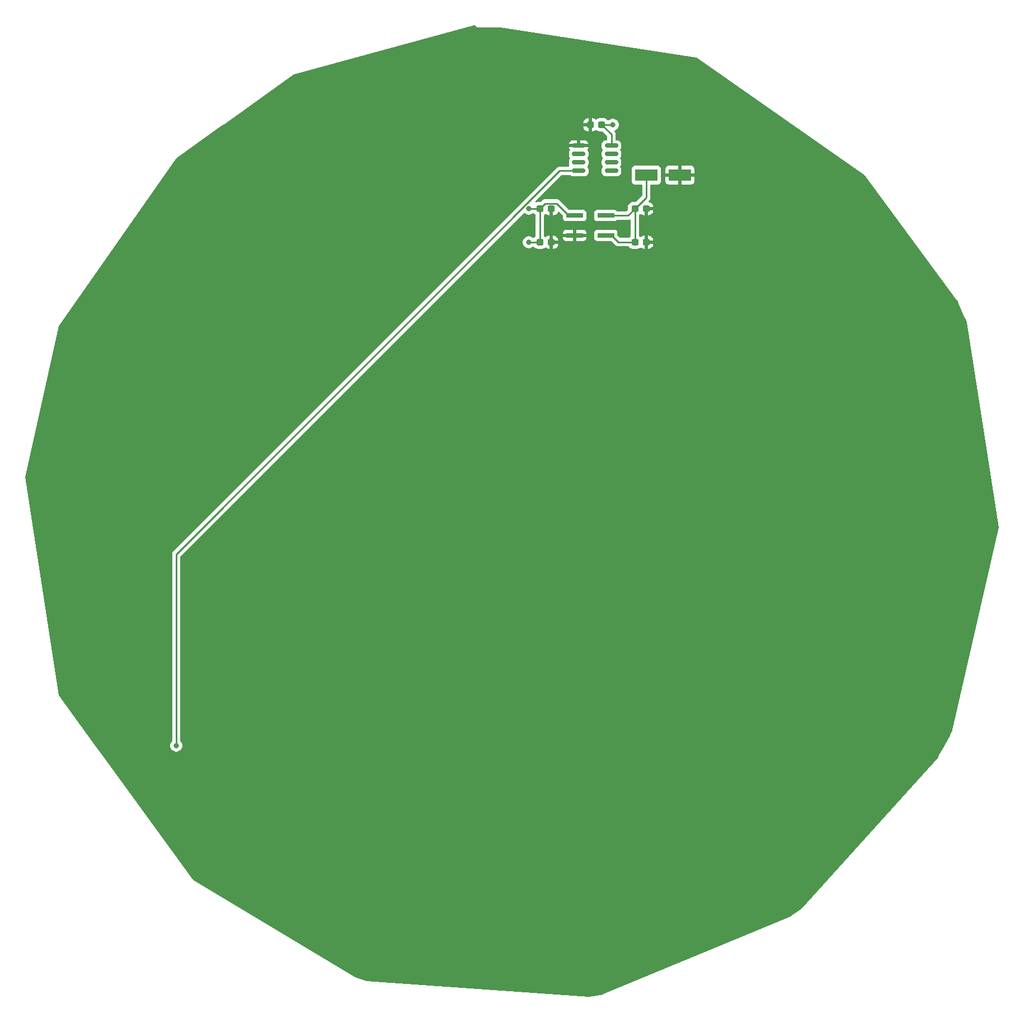
<source format=gbr>
%TF.GenerationSoftware,KiCad,Pcbnew,(6.0.4-0)*%
%TF.CreationDate,2022-12-03T14:45:52-05:00*%
%TF.ProjectId,christmas,63687269-7374-46d6-9173-2e6b69636164,rev?*%
%TF.SameCoordinates,Original*%
%TF.FileFunction,Copper,L2,Bot*%
%TF.FilePolarity,Positive*%
%FSLAX46Y46*%
G04 Gerber Fmt 4.6, Leading zero omitted, Abs format (unit mm)*
G04 Created by KiCad (PCBNEW (6.0.4-0)) date 2022-12-03 14:45:52*
%MOMM*%
%LPD*%
G01*
G04 APERTURE LIST*
G04 Aperture macros list*
%AMRoundRect*
0 Rectangle with rounded corners*
0 $1 Rounding radius*
0 $2 $3 $4 $5 $6 $7 $8 $9 X,Y pos of 4 corners*
0 Add a 4 corners polygon primitive as box body*
4,1,4,$2,$3,$4,$5,$6,$7,$8,$9,$2,$3,0*
0 Add four circle primitives for the rounded corners*
1,1,$1+$1,$2,$3*
1,1,$1+$1,$4,$5*
1,1,$1+$1,$6,$7*
1,1,$1+$1,$8,$9*
0 Add four rect primitives between the rounded corners*
20,1,$1+$1,$2,$3,$4,$5,0*
20,1,$1+$1,$4,$5,$6,$7,0*
20,1,$1+$1,$6,$7,$8,$9,0*
20,1,$1+$1,$8,$9,$2,$3,0*%
%AMFreePoly0*
4,1,13,0.900000,0.500000,3.600000,0.500000,3.600000,-0.500000,0.900000,-0.500000,0.400000,-1.000000,-0.400000,-1.000000,-0.900000,-0.500000,-3.600000,-0.500000,-3.600000,0.500000,-0.900000,0.500000,-0.400000,1.000000,0.400000,1.000000,0.900000,0.500000,0.900000,0.500000,$1*%
G04 Aperture macros list end*
%TA.AperFunction,SMDPad,CuDef*%
%ADD10R,3.400000X1.800000*%
%TD*%
%TA.AperFunction,SMDPad,CuDef*%
%ADD11RoundRect,0.237500X-0.300000X-0.237500X0.300000X-0.237500X0.300000X0.237500X-0.300000X0.237500X0*%
%TD*%
%TA.AperFunction,SMDPad,CuDef*%
%ADD12RoundRect,0.237500X0.300000X0.237500X-0.300000X0.237500X-0.300000X-0.237500X0.300000X-0.237500X0*%
%TD*%
%TA.AperFunction,SMDPad,CuDef*%
%ADD13RoundRect,0.150000X0.825000X0.150000X-0.825000X0.150000X-0.825000X-0.150000X0.825000X-0.150000X0*%
%TD*%
%TA.AperFunction,SMDPad,CuDef*%
%ADD14R,2.500000X0.700000*%
%TD*%
%TA.AperFunction,SMDPad,CuDef*%
%ADD15FreePoly0,180.000000*%
%TD*%
%TA.AperFunction,ViaPad*%
%ADD16C,0.800000*%
%TD*%
%TA.AperFunction,Conductor*%
%ADD17C,0.250000*%
%TD*%
G04 APERTURE END LIST*
D10*
%TO.P,TP1,1*%
%TO.N,Net-(C3-Pad2)*%
X152400000Y-48260000D03*
%TD*%
%TO.P,TP2,1*%
%TO.N,GND*%
X157480000Y-48260000D03*
%TD*%
D11*
%TO.P,C5,2*%
%TO.N,GND*%
X138022500Y-58420000D03*
%TO.P,C5,1*%
%TO.N,+5V*%
X136297500Y-58420000D03*
%TD*%
D12*
%TO.P,C4,2*%
%TO.N,Net-(C3-Pad2)*%
X150675000Y-58420000D03*
%TO.P,C4,1*%
%TO.N,GND*%
X152400000Y-58420000D03*
%TD*%
%TO.P,C3,2*%
%TO.N,Net-(C3-Pad2)*%
X150675000Y-53340000D03*
%TO.P,C3,1*%
%TO.N,GND*%
X152400000Y-53340000D03*
%TD*%
%TO.P,C2,1*%
%TO.N,+5V*%
X145642500Y-40640000D03*
%TO.P,C2,2*%
%TO.N,GND*%
X143917500Y-40640000D03*
%TD*%
D11*
%TO.P,C1,2*%
%TO.N,GND*%
X138022500Y-53340000D03*
%TO.P,C1,1*%
%TO.N,+5V*%
X136297500Y-53340000D03*
%TD*%
D13*
%TO.P,U1,8,GND*%
%TO.N,GND*%
X142167500Y-43815000D03*
%TO.P,U1,7,PA3*%
%TO.N,unconnected-(U1-Pad7)*%
X142167500Y-45085000D03*
%TO.P,U1,6,~{RESET}/PA0*%
%TO.N,unconnected-(U1-Pad6)*%
X142167500Y-46355000D03*
%TO.P,U1,5,PA2*%
%TO.N,LED_DATA*%
X142167500Y-47625000D03*
%TO.P,U1,4,PA1*%
%TO.N,unconnected-(U1-Pad4)*%
X147117500Y-47625000D03*
%TO.P,U1,3,PA7*%
%TO.N,unconnected-(U1-Pad3)*%
X147117500Y-46355000D03*
%TO.P,U1,2,PA6*%
%TO.N,unconnected-(U1-Pad2)*%
X147117500Y-45085000D03*
%TO.P,U1,1,VCC*%
%TO.N,+5V*%
X147117500Y-43815000D03*
%TD*%
D14*
%TO.P,U2,5,VOUT*%
%TO.N,+5V*%
X141567500Y-54380000D03*
%TO.P,U2,4,NC*%
%TO.N,GND*%
X141567500Y-57380000D03*
%TO.P,U2,3,CE*%
%TO.N,Net-(C3-Pad2)*%
X146267500Y-57380000D03*
D15*
%TO.P,U2,2,GND*%
%TO.N,GND*%
X143917500Y-55880000D03*
D14*
%TO.P,U2,1,VIN*%
%TO.N,Net-(C3-Pad2)*%
X146267500Y-54380000D03*
%TD*%
D16*
%TO.N,LED_DATA*%
X81280000Y-134620000D03*
%TO.N,+5V*%
X134620000Y-58420000D03*
X134620000Y-53340000D03*
X147320000Y-40640000D03*
%TO.N,GND*%
X160020000Y-45720000D03*
X160020000Y-35560000D03*
X195580000Y-72580000D03*
X193040000Y-64960000D03*
X200660000Y-111760000D03*
X198120000Y-104140000D03*
X182880000Y-147320000D03*
X180340000Y-139700000D03*
X144780000Y-157480000D03*
X149860000Y-167640000D03*
X104140000Y-154940000D03*
X109220000Y-165100000D03*
X78740000Y-127000000D03*
X78740000Y-137160000D03*
X63500000Y-93980000D03*
X63500000Y-83820000D03*
X83820000Y-55880000D03*
X81280000Y-48260000D03*
X121920000Y-38100000D03*
X119380000Y-30480000D03*
%TD*%
D17*
%TO.N,LED_DATA*%
X81280000Y-105655386D02*
X81280000Y-134620000D01*
X139310386Y-47625000D02*
X81280000Y-105655386D01*
X142167500Y-47625000D02*
X139310386Y-47625000D01*
%TO.N,+5V*%
X136297500Y-58420000D02*
X134620000Y-58420000D01*
X136297500Y-53340000D02*
X134620000Y-53340000D01*
X147320000Y-40640000D02*
X145642500Y-40640000D01*
%TO.N,Net-(C3-Pad2)*%
X146267500Y-57380000D02*
X147167500Y-57380000D01*
X147167500Y-57380000D02*
X148207500Y-58420000D01*
X148207500Y-58420000D02*
X150675000Y-58420000D01*
%TO.N,GND*%
X141567500Y-57380000D02*
X141567500Y-57747500D01*
%TO.N,Net-(C3-Pad2)*%
X150675000Y-53340000D02*
X152400000Y-51615000D01*
X152400000Y-51615000D02*
X152400000Y-48260000D01*
%TO.N,+5V*%
X147117500Y-43815000D02*
X147117500Y-42115000D01*
X147117500Y-42115000D02*
X145642500Y-40640000D01*
%TO.N,Net-(C3-Pad2)*%
X150675000Y-53340000D02*
X149635000Y-54380000D01*
X149635000Y-54380000D02*
X146267500Y-54380000D01*
X150675000Y-53340000D02*
X150675000Y-58420000D01*
%TO.N,+5V*%
X136297500Y-58420000D02*
X136297500Y-53340000D01*
X141567500Y-54380000D02*
X140667500Y-54380000D01*
X140667500Y-54380000D02*
X138827980Y-52540480D01*
X138827980Y-52540480D02*
X137097020Y-52540480D01*
X137097020Y-52540480D02*
X136297500Y-53340000D01*
%TD*%
%TA.AperFunction,Conductor*%
%TO.N,GND*%
G36*
X126468001Y-25565823D02*
G01*
X126526973Y-25605355D01*
X126536732Y-25618775D01*
X126546831Y-25634781D01*
X126554969Y-25649863D01*
X126567208Y-25676782D01*
X126573069Y-25683584D01*
X126583970Y-25696235D01*
X126595073Y-25711239D01*
X126608776Y-25732958D01*
X126615501Y-25738897D01*
X126615504Y-25738901D01*
X126630938Y-25752532D01*
X126642982Y-25764724D01*
X126656427Y-25780327D01*
X126656430Y-25780329D01*
X126662287Y-25787127D01*
X126669816Y-25792007D01*
X126669817Y-25792008D01*
X126683835Y-25801094D01*
X126698709Y-25812385D01*
X126711217Y-25823431D01*
X126717951Y-25829378D01*
X126744711Y-25841942D01*
X126759691Y-25850263D01*
X126776983Y-25861471D01*
X126776988Y-25861473D01*
X126784515Y-25866352D01*
X126793108Y-25868922D01*
X126793113Y-25868924D01*
X126809120Y-25873711D01*
X126826564Y-25880372D01*
X126841676Y-25887467D01*
X126841678Y-25887468D01*
X126849800Y-25891281D01*
X126858667Y-25892662D01*
X126858668Y-25892662D01*
X126861353Y-25893080D01*
X126879017Y-25895830D01*
X126895732Y-25899613D01*
X126915466Y-25905515D01*
X126915472Y-25905516D01*
X126924066Y-25908086D01*
X126933037Y-25908141D01*
X126933038Y-25908141D01*
X126943097Y-25908202D01*
X126958506Y-25908296D01*
X126959289Y-25908329D01*
X126960386Y-25908500D01*
X126991377Y-25908500D01*
X126992147Y-25908502D01*
X127065785Y-25908952D01*
X127065786Y-25908952D01*
X127069721Y-25908976D01*
X127071065Y-25908592D01*
X127072410Y-25908500D01*
X130295613Y-25908500D01*
X130314772Y-25909965D01*
X159990968Y-30475534D01*
X160044065Y-30496846D01*
X185403110Y-48248177D01*
X185432239Y-48276586D01*
X199425175Y-67239357D01*
X199437657Y-67260225D01*
X199755516Y-67931145D01*
X199756711Y-67933742D01*
X200444338Y-69474556D01*
X200445471Y-69477175D01*
X200796080Y-70313280D01*
X200919752Y-70608205D01*
X200928059Y-70637579D01*
X204559394Y-94003391D01*
X205736269Y-101575992D01*
X205734537Y-101623673D01*
X204731543Y-105969980D01*
X198587296Y-132595051D01*
X198577236Y-132623038D01*
X198394059Y-132989634D01*
X198334598Y-133108634D01*
X198333291Y-133111177D01*
X197545071Y-134603011D01*
X197543707Y-134605523D01*
X196721844Y-136079091D01*
X196720423Y-136081572D01*
X196568364Y-136340234D01*
X196553398Y-136360669D01*
X175948660Y-159254822D01*
X175929333Y-159272274D01*
X175338573Y-159703854D01*
X175336250Y-159705510D01*
X174336341Y-160401761D01*
X174312813Y-160414661D01*
X145898062Y-172254141D01*
X145871804Y-172261861D01*
X144376062Y-172529640D01*
X144373243Y-172530112D01*
X143679245Y-172638168D01*
X143650883Y-172639348D01*
X117343833Y-170760274D01*
X110169181Y-170247799D01*
X110141008Y-170242517D01*
X109309630Y-169985958D01*
X109306971Y-169985104D01*
X108392512Y-169680017D01*
X108367563Y-169668538D01*
X83841992Y-154953195D01*
X83804917Y-154919261D01*
X70292897Y-136340234D01*
X69041818Y-134620000D01*
X80366496Y-134620000D01*
X80386458Y-134809928D01*
X80445473Y-134991556D01*
X80540960Y-135156944D01*
X80668747Y-135298866D01*
X80823248Y-135411118D01*
X80829276Y-135413802D01*
X80829278Y-135413803D01*
X80991681Y-135486109D01*
X80997712Y-135488794D01*
X81091112Y-135508647D01*
X81178056Y-135527128D01*
X81178061Y-135527128D01*
X81184513Y-135528500D01*
X81375487Y-135528500D01*
X81381939Y-135527128D01*
X81381944Y-135527128D01*
X81468888Y-135508647D01*
X81562288Y-135488794D01*
X81568319Y-135486109D01*
X81730722Y-135413803D01*
X81730724Y-135413802D01*
X81736752Y-135411118D01*
X81891253Y-135298866D01*
X82019040Y-135156944D01*
X82114527Y-134991556D01*
X82173542Y-134809928D01*
X82193504Y-134620000D01*
X82173542Y-134430072D01*
X82114527Y-134248444D01*
X82019040Y-134083056D01*
X81945863Y-134001785D01*
X81915147Y-133937779D01*
X81913500Y-133917476D01*
X81913500Y-105969980D01*
X81933502Y-105901859D01*
X81950405Y-105880885D01*
X133821843Y-54009447D01*
X133884155Y-53975421D01*
X133954970Y-53980486D01*
X133998762Y-54010276D01*
X133999423Y-54009541D01*
X134004325Y-54013954D01*
X134008747Y-54018866D01*
X134163248Y-54131118D01*
X134169276Y-54133802D01*
X134169278Y-54133803D01*
X134251421Y-54170375D01*
X134337712Y-54208794D01*
X134431112Y-54228647D01*
X134518056Y-54247128D01*
X134518061Y-54247128D01*
X134524513Y-54248500D01*
X134715487Y-54248500D01*
X134721939Y-54247128D01*
X134721944Y-54247128D01*
X134808888Y-54228647D01*
X134902288Y-54208794D01*
X134988579Y-54170375D01*
X135070722Y-54133803D01*
X135070724Y-54133802D01*
X135076752Y-54131118D01*
X135196617Y-54044031D01*
X135231253Y-54018866D01*
X135232449Y-54020512D01*
X135287780Y-53993965D01*
X135358233Y-54002737D01*
X135406070Y-54039484D01*
X135408884Y-54044031D01*
X135414065Y-54049203D01*
X135526816Y-54161758D01*
X135526821Y-54161762D01*
X135531997Y-54166929D01*
X135538227Y-54170769D01*
X135538228Y-54170770D01*
X135604116Y-54211384D01*
X135651609Y-54264156D01*
X135664000Y-54318644D01*
X135664000Y-57441360D01*
X135643998Y-57509481D01*
X135604304Y-57548503D01*
X135530969Y-57593884D01*
X135408071Y-57716997D01*
X135405894Y-57720529D01*
X135349043Y-57760838D01*
X135278120Y-57764071D01*
X135232225Y-57739796D01*
X135231253Y-57741134D01*
X135082094Y-57632763D01*
X135082093Y-57632762D01*
X135076752Y-57628882D01*
X135070724Y-57626198D01*
X135070722Y-57626197D01*
X134908319Y-57553891D01*
X134908318Y-57553891D01*
X134902288Y-57551206D01*
X134808887Y-57531353D01*
X134721944Y-57512872D01*
X134721939Y-57512872D01*
X134715487Y-57511500D01*
X134524513Y-57511500D01*
X134518061Y-57512872D01*
X134518056Y-57512872D01*
X134431113Y-57531353D01*
X134337712Y-57551206D01*
X134331682Y-57553891D01*
X134331681Y-57553891D01*
X134169278Y-57626197D01*
X134169276Y-57626198D01*
X134163248Y-57628882D01*
X134157907Y-57632762D01*
X134157906Y-57632763D01*
X134131271Y-57652115D01*
X134008747Y-57741134D01*
X133880960Y-57883056D01*
X133785473Y-58048444D01*
X133726458Y-58230072D01*
X133725768Y-58236633D01*
X133725768Y-58236635D01*
X133725625Y-58237999D01*
X133706496Y-58420000D01*
X133726458Y-58609928D01*
X133785473Y-58791556D01*
X133880960Y-58956944D01*
X133885378Y-58961851D01*
X133885379Y-58961852D01*
X133972149Y-59058220D01*
X134008747Y-59098866D01*
X134163248Y-59211118D01*
X134169276Y-59213802D01*
X134169278Y-59213803D01*
X134241855Y-59246116D01*
X134337712Y-59288794D01*
X134431113Y-59308647D01*
X134518056Y-59327128D01*
X134518061Y-59327128D01*
X134524513Y-59328500D01*
X134715487Y-59328500D01*
X134721939Y-59327128D01*
X134721944Y-59327128D01*
X134808887Y-59308647D01*
X134902288Y-59288794D01*
X134998145Y-59246116D01*
X135070722Y-59213803D01*
X135070724Y-59213802D01*
X135076752Y-59211118D01*
X135189497Y-59129204D01*
X135231253Y-59098866D01*
X135232449Y-59100512D01*
X135287780Y-59073965D01*
X135358233Y-59082737D01*
X135406070Y-59119484D01*
X135408884Y-59124031D01*
X135414065Y-59129203D01*
X135526816Y-59241758D01*
X135526821Y-59241762D01*
X135531997Y-59246929D01*
X135680080Y-59338209D01*
X135845191Y-59392974D01*
X135852027Y-59393674D01*
X135852030Y-59393675D01*
X135899370Y-59398525D01*
X135947928Y-59403500D01*
X136647072Y-59403500D01*
X136650318Y-59403163D01*
X136650322Y-59403163D01*
X136744235Y-59393419D01*
X136744239Y-59393418D01*
X136751093Y-59392707D01*
X136757629Y-59390526D01*
X136757631Y-59390526D01*
X136890395Y-59346232D01*
X136916107Y-59337654D01*
X137064031Y-59246116D01*
X137071274Y-59238861D01*
X137073038Y-59237895D01*
X137074941Y-59236387D01*
X137075199Y-59236713D01*
X137133554Y-59204781D01*
X137204375Y-59209782D01*
X137249470Y-59238708D01*
X137252131Y-59241364D01*
X137263540Y-59250375D01*
X137399063Y-59333912D01*
X137412241Y-59340056D01*
X137563766Y-59390315D01*
X137577132Y-59393181D01*
X137669770Y-59402672D01*
X137676185Y-59403000D01*
X137750385Y-59403000D01*
X137765624Y-59398525D01*
X137766829Y-59397135D01*
X137768500Y-59389452D01*
X137768500Y-59384885D01*
X138276500Y-59384885D01*
X138280975Y-59400124D01*
X138282365Y-59401329D01*
X138290048Y-59403000D01*
X138368766Y-59403000D01*
X138375282Y-59402663D01*
X138469132Y-59392925D01*
X138482528Y-59390032D01*
X138633953Y-59339512D01*
X138647115Y-59333347D01*
X138782492Y-59249574D01*
X138793890Y-59240540D01*
X138906363Y-59127871D01*
X138915375Y-59116460D01*
X138998912Y-58980937D01*
X139005056Y-58967759D01*
X139055315Y-58816234D01*
X139058181Y-58802868D01*
X139067672Y-58710230D01*
X139068000Y-58703815D01*
X139068000Y-58692115D01*
X139063525Y-58676876D01*
X139062135Y-58675671D01*
X139054452Y-58674000D01*
X138294615Y-58674000D01*
X138279376Y-58678475D01*
X138278171Y-58679865D01*
X138276500Y-58687548D01*
X138276500Y-59384885D01*
X137768500Y-59384885D01*
X137768500Y-58147885D01*
X138276500Y-58147885D01*
X138280975Y-58163124D01*
X138282365Y-58164329D01*
X138290048Y-58166000D01*
X139049885Y-58166000D01*
X139065124Y-58161525D01*
X139066329Y-58160135D01*
X139068000Y-58152452D01*
X139068000Y-58136234D01*
X139067663Y-58129718D01*
X139057925Y-58035868D01*
X139055032Y-58022472D01*
X139004512Y-57871047D01*
X138998347Y-57857885D01*
X138946852Y-57774669D01*
X139809501Y-57774669D01*
X139809871Y-57781490D01*
X139815395Y-57832352D01*
X139819021Y-57847604D01*
X139864176Y-57968054D01*
X139872714Y-57983649D01*
X139949215Y-58085724D01*
X139961776Y-58098285D01*
X140063851Y-58174786D01*
X140079446Y-58183324D01*
X140199894Y-58228478D01*
X140215149Y-58232105D01*
X140266014Y-58237631D01*
X140272828Y-58238000D01*
X141295385Y-58238000D01*
X141310624Y-58233525D01*
X141311829Y-58232135D01*
X141313500Y-58224452D01*
X141313500Y-58219884D01*
X141821500Y-58219884D01*
X141825975Y-58235123D01*
X141827365Y-58236328D01*
X141835048Y-58237999D01*
X142862169Y-58237999D01*
X142868990Y-58237629D01*
X142919852Y-58232105D01*
X142935104Y-58228479D01*
X143055554Y-58183324D01*
X143071149Y-58174786D01*
X143173224Y-58098285D01*
X143185785Y-58085724D01*
X143262286Y-57983649D01*
X143270824Y-57968054D01*
X143315978Y-57847606D01*
X143319605Y-57832351D01*
X143325131Y-57781486D01*
X143325313Y-57778134D01*
X144509000Y-57778134D01*
X144515755Y-57840316D01*
X144566885Y-57976705D01*
X144654239Y-58093261D01*
X144770795Y-58180615D01*
X144907184Y-58231745D01*
X144969366Y-58238500D01*
X147077905Y-58238500D01*
X147146026Y-58258502D01*
X147167001Y-58275405D01*
X147703853Y-58812258D01*
X147711387Y-58820537D01*
X147715500Y-58827018D01*
X147765151Y-58873643D01*
X147767993Y-58876398D01*
X147787730Y-58896135D01*
X147790927Y-58898615D01*
X147799947Y-58906318D01*
X147832179Y-58936586D01*
X147839125Y-58940405D01*
X147839128Y-58940407D01*
X147849934Y-58946348D01*
X147866453Y-58957199D01*
X147882459Y-58969614D01*
X147889728Y-58972759D01*
X147889732Y-58972762D01*
X147923037Y-58987174D01*
X147933687Y-58992391D01*
X147972440Y-59013695D01*
X147980115Y-59015666D01*
X147980116Y-59015666D01*
X147992062Y-59018733D01*
X148010767Y-59025137D01*
X148029355Y-59033181D01*
X148037178Y-59034420D01*
X148037188Y-59034423D01*
X148073024Y-59040099D01*
X148084644Y-59042505D01*
X148119789Y-59051528D01*
X148127470Y-59053500D01*
X148147724Y-59053500D01*
X148167434Y-59055051D01*
X148187443Y-59058220D01*
X148195335Y-59057474D01*
X148231461Y-59054059D01*
X148243319Y-59053500D01*
X149672536Y-59053500D01*
X149740657Y-59073502D01*
X149779679Y-59113196D01*
X149786384Y-59124031D01*
X149791565Y-59129203D01*
X149791566Y-59129204D01*
X149904316Y-59241758D01*
X149904321Y-59241762D01*
X149909497Y-59246929D01*
X150057580Y-59338209D01*
X150222691Y-59392974D01*
X150229527Y-59393674D01*
X150229530Y-59393675D01*
X150276870Y-59398525D01*
X150325428Y-59403500D01*
X151024572Y-59403500D01*
X151027818Y-59403163D01*
X151027822Y-59403163D01*
X151121735Y-59393419D01*
X151121739Y-59393418D01*
X151128593Y-59392707D01*
X151135129Y-59390526D01*
X151135131Y-59390526D01*
X151267895Y-59346232D01*
X151293607Y-59337654D01*
X151441531Y-59246116D01*
X151448774Y-59238861D01*
X151450538Y-59237895D01*
X151452441Y-59236387D01*
X151452699Y-59236713D01*
X151511054Y-59204781D01*
X151581875Y-59209782D01*
X151626970Y-59238708D01*
X151629631Y-59241364D01*
X151641040Y-59250375D01*
X151776563Y-59333912D01*
X151789741Y-59340056D01*
X151941266Y-59390315D01*
X151954632Y-59393181D01*
X152047270Y-59402672D01*
X152053685Y-59403000D01*
X152127885Y-59403000D01*
X152143124Y-59398525D01*
X152144329Y-59397135D01*
X152146000Y-59389452D01*
X152146000Y-59384885D01*
X152654000Y-59384885D01*
X152658475Y-59400124D01*
X152659865Y-59401329D01*
X152667548Y-59403000D01*
X152746266Y-59403000D01*
X152752782Y-59402663D01*
X152846632Y-59392925D01*
X152860028Y-59390032D01*
X153011453Y-59339512D01*
X153024615Y-59333347D01*
X153159992Y-59249574D01*
X153171390Y-59240540D01*
X153283863Y-59127871D01*
X153292875Y-59116460D01*
X153376412Y-58980937D01*
X153382556Y-58967759D01*
X153432815Y-58816234D01*
X153435681Y-58802868D01*
X153445172Y-58710230D01*
X153445500Y-58703815D01*
X153445500Y-58692115D01*
X153441025Y-58676876D01*
X153439635Y-58675671D01*
X153431952Y-58674000D01*
X152672115Y-58674000D01*
X152656876Y-58678475D01*
X152655671Y-58679865D01*
X152654000Y-58687548D01*
X152654000Y-59384885D01*
X152146000Y-59384885D01*
X152146000Y-58147885D01*
X152654000Y-58147885D01*
X152658475Y-58163124D01*
X152659865Y-58164329D01*
X152667548Y-58166000D01*
X153427385Y-58166000D01*
X153442624Y-58161525D01*
X153443829Y-58160135D01*
X153445500Y-58152452D01*
X153445500Y-58136234D01*
X153445163Y-58129718D01*
X153435425Y-58035868D01*
X153432532Y-58022472D01*
X153382012Y-57871047D01*
X153375847Y-57857885D01*
X153292074Y-57722508D01*
X153283040Y-57711110D01*
X153170371Y-57598637D01*
X153158960Y-57589625D01*
X153023437Y-57506088D01*
X153010259Y-57499944D01*
X152858734Y-57449685D01*
X152845368Y-57446819D01*
X152752730Y-57437328D01*
X152746315Y-57437000D01*
X152672115Y-57437000D01*
X152656876Y-57441475D01*
X152655671Y-57442865D01*
X152654000Y-57450548D01*
X152654000Y-58147885D01*
X152146000Y-58147885D01*
X152146000Y-57455115D01*
X152141525Y-57439876D01*
X152140135Y-57438671D01*
X152132452Y-57437000D01*
X152053734Y-57437000D01*
X152047218Y-57437337D01*
X151953368Y-57447075D01*
X151939972Y-57449968D01*
X151788547Y-57500488D01*
X151775385Y-57506653D01*
X151640008Y-57590426D01*
X151628606Y-57599464D01*
X151626933Y-57601139D01*
X151625507Y-57601919D01*
X151622873Y-57604007D01*
X151622516Y-57603556D01*
X151564651Y-57635219D01*
X151493831Y-57630216D01*
X151448746Y-57601299D01*
X151445685Y-57598244D01*
X151440503Y-57593071D01*
X151376942Y-57553891D01*
X151368384Y-57548616D01*
X151320891Y-57495844D01*
X151308500Y-57441356D01*
X151308500Y-54318640D01*
X151328502Y-54250519D01*
X151368196Y-54211497D01*
X151441531Y-54166116D01*
X151448774Y-54158861D01*
X151450538Y-54157895D01*
X151452441Y-54156387D01*
X151452699Y-54156713D01*
X151511054Y-54124781D01*
X151581875Y-54129782D01*
X151626970Y-54158708D01*
X151629631Y-54161364D01*
X151641040Y-54170375D01*
X151776563Y-54253912D01*
X151789741Y-54260056D01*
X151941266Y-54310315D01*
X151954632Y-54313181D01*
X152047270Y-54322672D01*
X152053685Y-54323000D01*
X152127885Y-54323000D01*
X152143124Y-54318525D01*
X152144329Y-54317135D01*
X152146000Y-54309452D01*
X152146000Y-54304885D01*
X152654000Y-54304885D01*
X152658475Y-54320124D01*
X152659865Y-54321329D01*
X152667548Y-54323000D01*
X152746266Y-54323000D01*
X152752782Y-54322663D01*
X152846632Y-54312925D01*
X152860028Y-54310032D01*
X153011453Y-54259512D01*
X153024615Y-54253347D01*
X153159992Y-54169574D01*
X153171390Y-54160540D01*
X153283863Y-54047871D01*
X153292875Y-54036460D01*
X153376412Y-53900937D01*
X153382556Y-53887759D01*
X153432815Y-53736234D01*
X153435681Y-53722868D01*
X153445172Y-53630230D01*
X153445500Y-53623815D01*
X153445500Y-53612115D01*
X153441025Y-53596876D01*
X153439635Y-53595671D01*
X153431952Y-53594000D01*
X152672115Y-53594000D01*
X152656876Y-53598475D01*
X152655671Y-53599865D01*
X152654000Y-53607548D01*
X152654000Y-54304885D01*
X152146000Y-54304885D01*
X152146000Y-53212000D01*
X152166002Y-53143879D01*
X152219658Y-53097386D01*
X152272000Y-53086000D01*
X153427385Y-53086000D01*
X153442624Y-53081525D01*
X153443829Y-53080135D01*
X153445500Y-53072452D01*
X153445500Y-53056234D01*
X153445163Y-53049718D01*
X153435425Y-52955868D01*
X153432532Y-52942472D01*
X153382012Y-52791047D01*
X153375847Y-52777885D01*
X153292074Y-52642508D01*
X153283040Y-52631110D01*
X153170371Y-52518637D01*
X153158960Y-52509625D01*
X153023437Y-52426088D01*
X153010259Y-52419944D01*
X152858734Y-52369685D01*
X152845367Y-52366819D01*
X152835761Y-52365835D01*
X152770034Y-52338994D01*
X152729252Y-52280880D01*
X152726362Y-52209942D01*
X152759508Y-52151396D01*
X152792247Y-52118657D01*
X152800537Y-52111113D01*
X152807018Y-52107000D01*
X152853659Y-52057332D01*
X152856413Y-52054491D01*
X152876134Y-52034770D01*
X152878612Y-52031575D01*
X152886318Y-52022553D01*
X152911158Y-51996101D01*
X152916586Y-51990321D01*
X152926346Y-51972568D01*
X152937199Y-51956045D01*
X152941422Y-51950601D01*
X152949613Y-51940041D01*
X152967176Y-51899457D01*
X152972383Y-51888827D01*
X152993695Y-51850060D01*
X152995666Y-51842383D01*
X152995668Y-51842378D01*
X152998732Y-51830442D01*
X153005138Y-51811730D01*
X153010034Y-51800417D01*
X153013181Y-51793145D01*
X153020097Y-51749481D01*
X153022504Y-51737860D01*
X153031528Y-51702711D01*
X153031528Y-51702710D01*
X153033500Y-51695030D01*
X153033500Y-51674769D01*
X153035051Y-51655058D01*
X153036979Y-51642885D01*
X153038219Y-51635057D01*
X153034059Y-51591046D01*
X153033500Y-51579189D01*
X153033500Y-49794500D01*
X153053502Y-49726379D01*
X153107158Y-49679886D01*
X153159500Y-49668500D01*
X154148134Y-49668500D01*
X154210316Y-49661745D01*
X154346705Y-49610615D01*
X154463261Y-49523261D01*
X154550615Y-49406705D01*
X154601745Y-49270316D01*
X154608500Y-49208134D01*
X154608500Y-49204669D01*
X155272001Y-49204669D01*
X155272371Y-49211490D01*
X155277895Y-49262352D01*
X155281521Y-49277604D01*
X155326676Y-49398054D01*
X155335214Y-49413649D01*
X155411715Y-49515724D01*
X155424276Y-49528285D01*
X155526351Y-49604786D01*
X155541946Y-49613324D01*
X155662394Y-49658478D01*
X155677649Y-49662105D01*
X155728514Y-49667631D01*
X155735328Y-49668000D01*
X157207885Y-49668000D01*
X157223124Y-49663525D01*
X157224329Y-49662135D01*
X157226000Y-49654452D01*
X157226000Y-49649884D01*
X157734000Y-49649884D01*
X157738475Y-49665123D01*
X157739865Y-49666328D01*
X157747548Y-49667999D01*
X159224669Y-49667999D01*
X159231490Y-49667629D01*
X159282352Y-49662105D01*
X159297604Y-49658479D01*
X159418054Y-49613324D01*
X159433649Y-49604786D01*
X159535724Y-49528285D01*
X159548285Y-49515724D01*
X159624786Y-49413649D01*
X159633324Y-49398054D01*
X159678478Y-49277606D01*
X159682105Y-49262351D01*
X159687631Y-49211486D01*
X159688000Y-49204672D01*
X159688000Y-48532115D01*
X159683525Y-48516876D01*
X159682135Y-48515671D01*
X159674452Y-48514000D01*
X157752115Y-48514000D01*
X157736876Y-48518475D01*
X157735671Y-48519865D01*
X157734000Y-48527548D01*
X157734000Y-49649884D01*
X157226000Y-49649884D01*
X157226000Y-48532115D01*
X157221525Y-48516876D01*
X157220135Y-48515671D01*
X157212452Y-48514000D01*
X155290116Y-48514000D01*
X155274877Y-48518475D01*
X155273672Y-48519865D01*
X155272001Y-48527548D01*
X155272001Y-49204669D01*
X154608500Y-49204669D01*
X154608500Y-47987885D01*
X155272000Y-47987885D01*
X155276475Y-48003124D01*
X155277865Y-48004329D01*
X155285548Y-48006000D01*
X157207885Y-48006000D01*
X157223124Y-48001525D01*
X157224329Y-48000135D01*
X157226000Y-47992452D01*
X157226000Y-47987885D01*
X157734000Y-47987885D01*
X157738475Y-48003124D01*
X157739865Y-48004329D01*
X157747548Y-48006000D01*
X159669884Y-48006000D01*
X159685123Y-48001525D01*
X159686328Y-48000135D01*
X159687999Y-47992452D01*
X159687999Y-47315331D01*
X159687629Y-47308510D01*
X159682105Y-47257648D01*
X159678479Y-47242396D01*
X159633324Y-47121946D01*
X159624786Y-47106351D01*
X159548285Y-47004276D01*
X159535724Y-46991715D01*
X159433649Y-46915214D01*
X159418054Y-46906676D01*
X159297606Y-46861522D01*
X159282351Y-46857895D01*
X159231486Y-46852369D01*
X159224672Y-46852000D01*
X157752115Y-46852000D01*
X157736876Y-46856475D01*
X157735671Y-46857865D01*
X157734000Y-46865548D01*
X157734000Y-47987885D01*
X157226000Y-47987885D01*
X157226000Y-46870116D01*
X157221525Y-46854877D01*
X157220135Y-46853672D01*
X157212452Y-46852001D01*
X155735331Y-46852001D01*
X155728510Y-46852371D01*
X155677648Y-46857895D01*
X155662396Y-46861521D01*
X155541946Y-46906676D01*
X155526351Y-46915214D01*
X155424276Y-46991715D01*
X155411715Y-47004276D01*
X155335214Y-47106351D01*
X155326676Y-47121946D01*
X155281522Y-47242394D01*
X155277895Y-47257649D01*
X155272369Y-47308514D01*
X155272000Y-47315328D01*
X155272000Y-47987885D01*
X154608500Y-47987885D01*
X154608500Y-47311866D01*
X154601745Y-47249684D01*
X154550615Y-47113295D01*
X154463261Y-46996739D01*
X154346705Y-46909385D01*
X154210316Y-46858255D01*
X154148134Y-46851500D01*
X150651866Y-46851500D01*
X150589684Y-46858255D01*
X150453295Y-46909385D01*
X150336739Y-46996739D01*
X150249385Y-47113295D01*
X150198255Y-47249684D01*
X150191500Y-47311866D01*
X150191500Y-49208134D01*
X150198255Y-49270316D01*
X150249385Y-49406705D01*
X150336739Y-49523261D01*
X150453295Y-49610615D01*
X150589684Y-49661745D01*
X150651866Y-49668500D01*
X151640500Y-49668500D01*
X151708621Y-49688502D01*
X151755114Y-49742158D01*
X151766500Y-49794500D01*
X151766500Y-51300405D01*
X151746498Y-51368526D01*
X151729595Y-51389500D01*
X150799500Y-52319595D01*
X150737188Y-52353621D01*
X150710405Y-52356500D01*
X150325428Y-52356500D01*
X150322182Y-52356837D01*
X150322178Y-52356837D01*
X150228265Y-52366581D01*
X150228261Y-52366582D01*
X150221407Y-52367293D01*
X150214871Y-52369474D01*
X150214869Y-52369474D01*
X150082105Y-52413768D01*
X150056393Y-52422346D01*
X149908469Y-52513884D01*
X149903296Y-52519066D01*
X149790742Y-52631816D01*
X149790738Y-52631821D01*
X149785571Y-52636997D01*
X149781731Y-52643227D01*
X149781730Y-52643228D01*
X149742729Y-52706500D01*
X149694291Y-52785080D01*
X149639526Y-52950191D01*
X149629000Y-53052928D01*
X149629000Y-53437905D01*
X149608998Y-53506026D01*
X149592095Y-53527000D01*
X149409500Y-53709595D01*
X149347188Y-53743621D01*
X149320405Y-53746500D01*
X148003566Y-53746500D01*
X147935445Y-53726498D01*
X147902742Y-53696068D01*
X147880761Y-53666739D01*
X147764205Y-53579385D01*
X147627816Y-53528255D01*
X147565634Y-53521500D01*
X144969366Y-53521500D01*
X144907184Y-53528255D01*
X144770795Y-53579385D01*
X144654239Y-53666739D01*
X144566885Y-53783295D01*
X144515755Y-53919684D01*
X144509000Y-53981866D01*
X144509000Y-54778134D01*
X144515755Y-54840316D01*
X144566885Y-54976705D01*
X144654239Y-55093261D01*
X144770795Y-55180615D01*
X144907184Y-55231745D01*
X144969366Y-55238500D01*
X147565634Y-55238500D01*
X147627816Y-55231745D01*
X147764205Y-55180615D01*
X147880761Y-55093261D01*
X147902741Y-55063933D01*
X147959600Y-55021420D01*
X148003566Y-55013500D01*
X149556233Y-55013500D01*
X149567416Y-55014027D01*
X149574909Y-55015702D01*
X149582835Y-55015453D01*
X149582836Y-55015453D01*
X149642986Y-55013562D01*
X149646945Y-55013500D01*
X149674856Y-55013500D01*
X149678791Y-55013003D01*
X149678856Y-55012995D01*
X149690693Y-55012062D01*
X149722951Y-55011048D01*
X149726970Y-55010922D01*
X149734889Y-55010673D01*
X149754343Y-55005021D01*
X149773700Y-55001013D01*
X149785930Y-54999468D01*
X149785931Y-54999468D01*
X149793797Y-54998474D01*
X149801168Y-54995555D01*
X149801170Y-54995555D01*
X149834912Y-54982196D01*
X149846132Y-54978354D01*
X149880349Y-54968413D01*
X149951342Y-54968615D01*
X150010959Y-55007168D01*
X150040268Y-55071833D01*
X150041500Y-55089410D01*
X150041500Y-57441360D01*
X150021498Y-57509481D01*
X149981804Y-57548503D01*
X149908469Y-57593884D01*
X149903296Y-57599066D01*
X149790742Y-57711816D01*
X149790738Y-57711821D01*
X149785571Y-57716997D01*
X149781731Y-57723227D01*
X149781730Y-57723228D01*
X149779643Y-57726614D01*
X149777614Y-57728441D01*
X149777193Y-57728973D01*
X149777102Y-57728901D01*
X149726872Y-57774108D01*
X149672382Y-57786500D01*
X148522095Y-57786500D01*
X148453974Y-57766498D01*
X148432999Y-57749595D01*
X148062904Y-57379499D01*
X148028879Y-57317187D01*
X148026000Y-57290404D01*
X148026000Y-56981866D01*
X148019245Y-56919684D01*
X147968115Y-56783295D01*
X147880761Y-56666739D01*
X147764205Y-56579385D01*
X147627816Y-56528255D01*
X147565634Y-56521500D01*
X144969366Y-56521500D01*
X144907184Y-56528255D01*
X144770795Y-56579385D01*
X144654239Y-56666739D01*
X144566885Y-56783295D01*
X144515755Y-56919684D01*
X144509000Y-56981866D01*
X144509000Y-57778134D01*
X143325313Y-57778134D01*
X143325500Y-57774672D01*
X143325500Y-57652115D01*
X143321025Y-57636876D01*
X143319635Y-57635671D01*
X143311952Y-57634000D01*
X141839615Y-57634000D01*
X141824376Y-57638475D01*
X141823171Y-57639865D01*
X141821500Y-57647548D01*
X141821500Y-58219884D01*
X141313500Y-58219884D01*
X141313500Y-57652115D01*
X141309025Y-57636876D01*
X141307635Y-57635671D01*
X141299952Y-57634000D01*
X139827616Y-57634000D01*
X139812377Y-57638475D01*
X139811172Y-57639865D01*
X139809501Y-57647548D01*
X139809501Y-57774669D01*
X138946852Y-57774669D01*
X138914574Y-57722508D01*
X138905540Y-57711110D01*
X138792871Y-57598637D01*
X138781460Y-57589625D01*
X138645937Y-57506088D01*
X138632759Y-57499944D01*
X138481234Y-57449685D01*
X138467868Y-57446819D01*
X138375230Y-57437328D01*
X138368815Y-57437000D01*
X138294615Y-57437000D01*
X138279376Y-57441475D01*
X138278171Y-57442865D01*
X138276500Y-57450548D01*
X138276500Y-58147885D01*
X137768500Y-58147885D01*
X137768500Y-57455115D01*
X137764025Y-57439876D01*
X137762635Y-57438671D01*
X137754952Y-57437000D01*
X137676234Y-57437000D01*
X137669718Y-57437337D01*
X137575868Y-57447075D01*
X137562472Y-57449968D01*
X137411047Y-57500488D01*
X137397885Y-57506653D01*
X137262508Y-57590426D01*
X137251106Y-57599464D01*
X137249433Y-57601139D01*
X137248007Y-57601919D01*
X137245373Y-57604007D01*
X137245016Y-57603556D01*
X137187151Y-57635219D01*
X137116331Y-57630216D01*
X137071246Y-57601299D01*
X137068185Y-57598244D01*
X137063003Y-57593071D01*
X136999442Y-57553891D01*
X136990884Y-57548616D01*
X136943391Y-57495844D01*
X136931000Y-57441356D01*
X136931000Y-57107885D01*
X139809500Y-57107885D01*
X139813975Y-57123124D01*
X139815365Y-57124329D01*
X139823048Y-57126000D01*
X141295385Y-57126000D01*
X141310624Y-57121525D01*
X141311829Y-57120135D01*
X141313500Y-57112452D01*
X141313500Y-57107885D01*
X141821500Y-57107885D01*
X141825975Y-57123124D01*
X141827365Y-57124329D01*
X141835048Y-57126000D01*
X143307384Y-57126000D01*
X143322623Y-57121525D01*
X143323828Y-57120135D01*
X143325499Y-57112452D01*
X143325499Y-56985331D01*
X143325129Y-56978510D01*
X143319605Y-56927648D01*
X143315979Y-56912396D01*
X143270824Y-56791946D01*
X143262286Y-56776351D01*
X143185785Y-56674276D01*
X143173224Y-56661715D01*
X143071149Y-56585214D01*
X143055554Y-56576676D01*
X142935106Y-56531522D01*
X142919851Y-56527895D01*
X142868986Y-56522369D01*
X142862172Y-56522000D01*
X141839615Y-56522000D01*
X141824376Y-56526475D01*
X141823171Y-56527865D01*
X141821500Y-56535548D01*
X141821500Y-57107885D01*
X141313500Y-57107885D01*
X141313500Y-56540116D01*
X141309025Y-56524877D01*
X141307635Y-56523672D01*
X141299952Y-56522001D01*
X140272831Y-56522001D01*
X140266010Y-56522371D01*
X140215148Y-56527895D01*
X140199896Y-56531521D01*
X140079446Y-56576676D01*
X140063851Y-56585214D01*
X139961776Y-56661715D01*
X139949215Y-56674276D01*
X139872714Y-56776351D01*
X139864176Y-56791946D01*
X139819022Y-56912394D01*
X139815395Y-56927649D01*
X139809869Y-56978514D01*
X139809500Y-56985328D01*
X139809500Y-57107885D01*
X136931000Y-57107885D01*
X136931000Y-54318640D01*
X136951002Y-54250519D01*
X136990696Y-54211497D01*
X137064031Y-54166116D01*
X137071274Y-54158861D01*
X137073038Y-54157895D01*
X137074941Y-54156387D01*
X137075199Y-54156713D01*
X137133554Y-54124781D01*
X137204375Y-54129782D01*
X137249470Y-54158708D01*
X137252131Y-54161364D01*
X137263540Y-54170375D01*
X137399063Y-54253912D01*
X137412241Y-54260056D01*
X137563766Y-54310315D01*
X137577132Y-54313181D01*
X137669770Y-54322672D01*
X137676185Y-54323000D01*
X137750385Y-54323000D01*
X137765624Y-54318525D01*
X137766829Y-54317135D01*
X137768500Y-54309452D01*
X137768500Y-53299980D01*
X137788502Y-53231859D01*
X137842158Y-53185366D01*
X137894500Y-53173980D01*
X138150500Y-53173980D01*
X138218621Y-53193982D01*
X138265114Y-53247638D01*
X138276500Y-53299980D01*
X138276500Y-54304885D01*
X138280975Y-54320124D01*
X138282365Y-54321329D01*
X138290048Y-54323000D01*
X138368766Y-54323000D01*
X138375282Y-54322663D01*
X138469132Y-54312925D01*
X138482528Y-54310032D01*
X138633953Y-54259512D01*
X138647115Y-54253347D01*
X138782492Y-54169574D01*
X138793890Y-54160540D01*
X138906363Y-54047871D01*
X138915375Y-54036460D01*
X138998912Y-53900937D01*
X139005055Y-53887762D01*
X139009087Y-53875607D01*
X139049518Y-53817247D01*
X139115083Y-53790011D01*
X139184964Y-53802545D01*
X139217775Y-53826180D01*
X139772095Y-54380500D01*
X139806121Y-54442812D01*
X139809000Y-54469595D01*
X139809000Y-54778134D01*
X139815755Y-54840316D01*
X139866885Y-54976705D01*
X139954239Y-55093261D01*
X140070795Y-55180615D01*
X140207184Y-55231745D01*
X140269366Y-55238500D01*
X142865634Y-55238500D01*
X142927816Y-55231745D01*
X143064205Y-55180615D01*
X143180761Y-55093261D01*
X143268115Y-54976705D01*
X143319245Y-54840316D01*
X143326000Y-54778134D01*
X143326000Y-53981866D01*
X143319245Y-53919684D01*
X143268115Y-53783295D01*
X143180761Y-53666739D01*
X143064205Y-53579385D01*
X142927816Y-53528255D01*
X142865634Y-53521500D01*
X140757094Y-53521500D01*
X140688973Y-53501498D01*
X140667999Y-53484595D01*
X139331632Y-52148227D01*
X139324092Y-52139941D01*
X139319980Y-52133462D01*
X139294014Y-52109078D01*
X139270329Y-52086837D01*
X139267487Y-52084082D01*
X139247750Y-52064345D01*
X139244553Y-52061865D01*
X139235531Y-52054160D01*
X139222102Y-52041549D01*
X139203301Y-52023894D01*
X139196355Y-52020075D01*
X139196352Y-52020073D01*
X139185546Y-52014132D01*
X139169027Y-52003281D01*
X139159770Y-51996101D01*
X139153021Y-51990866D01*
X139145752Y-51987721D01*
X139145748Y-51987718D01*
X139112443Y-51973306D01*
X139101793Y-51968089D01*
X139063040Y-51946785D01*
X139043417Y-51941747D01*
X139024714Y-51935343D01*
X139013400Y-51930447D01*
X139013399Y-51930447D01*
X139006125Y-51927299D01*
X138998302Y-51926060D01*
X138998292Y-51926057D01*
X138962456Y-51920381D01*
X138950836Y-51917975D01*
X138915691Y-51908952D01*
X138915690Y-51908952D01*
X138908010Y-51906980D01*
X138887756Y-51906980D01*
X138868045Y-51905429D01*
X138855866Y-51903500D01*
X138848037Y-51902260D01*
X138818766Y-51905027D01*
X138804019Y-51906421D01*
X138792161Y-51906980D01*
X137175787Y-51906980D01*
X137164604Y-51906453D01*
X137157111Y-51904778D01*
X137149185Y-51905027D01*
X137149184Y-51905027D01*
X137089034Y-51906918D01*
X137085075Y-51906980D01*
X137057164Y-51906980D01*
X137053230Y-51907477D01*
X137053229Y-51907477D01*
X137053164Y-51907485D01*
X137041327Y-51908418D01*
X137009069Y-51909432D01*
X137005050Y-51909558D01*
X136997131Y-51909807D01*
X136977677Y-51915459D01*
X136958320Y-51919467D01*
X136946090Y-51921012D01*
X136946089Y-51921012D01*
X136938223Y-51922006D01*
X136930852Y-51924925D01*
X136930850Y-51924925D01*
X136897108Y-51938284D01*
X136885878Y-51942129D01*
X136851037Y-51952251D01*
X136851036Y-51952251D01*
X136843427Y-51954462D01*
X136836608Y-51958495D01*
X136836603Y-51958497D01*
X136825992Y-51964773D01*
X136808244Y-51973468D01*
X136789403Y-51980928D01*
X136782987Y-51985590D01*
X136782986Y-51985590D01*
X136753633Y-52006916D01*
X136743713Y-52013432D01*
X136712485Y-52031900D01*
X136712482Y-52031902D01*
X136705658Y-52035938D01*
X136691337Y-52050259D01*
X136676304Y-52063099D01*
X136659913Y-52075008D01*
X136654862Y-52081113D01*
X136654857Y-52081118D01*
X136631726Y-52109078D01*
X136623739Y-52117856D01*
X136520775Y-52220821D01*
X136422001Y-52319595D01*
X136359689Y-52353620D01*
X136332905Y-52356500D01*
X135947928Y-52356500D01*
X135944682Y-52356837D01*
X135944678Y-52356837D01*
X135850765Y-52366581D01*
X135850761Y-52366582D01*
X135843907Y-52367293D01*
X135837373Y-52369473D01*
X135837368Y-52369474D01*
X135780401Y-52388480D01*
X135709451Y-52391064D01*
X135648367Y-52354880D01*
X135616543Y-52291416D01*
X135624082Y-52220821D01*
X135651430Y-52179861D01*
X139535886Y-48295405D01*
X139598198Y-48261379D01*
X139624981Y-48258500D01*
X140842550Y-48258500D01*
X140910671Y-48278502D01*
X140923771Y-48289059D01*
X140923825Y-48288989D01*
X140930084Y-48293844D01*
X140935693Y-48299453D01*
X140942517Y-48303489D01*
X140942520Y-48303491D01*
X141024682Y-48352081D01*
X141078899Y-48384145D01*
X141086510Y-48386356D01*
X141086512Y-48386357D01*
X141138731Y-48401528D01*
X141238669Y-48430562D01*
X141245074Y-48431066D01*
X141245079Y-48431067D01*
X141273542Y-48433307D01*
X141273550Y-48433307D01*
X141275998Y-48433500D01*
X143059002Y-48433500D01*
X143061450Y-48433307D01*
X143061458Y-48433307D01*
X143089921Y-48431067D01*
X143089926Y-48431066D01*
X143096331Y-48430562D01*
X143196269Y-48401528D01*
X143248488Y-48386357D01*
X143248490Y-48386356D01*
X143256101Y-48384145D01*
X143310318Y-48352081D01*
X143392480Y-48303491D01*
X143392483Y-48303489D01*
X143399307Y-48299453D01*
X143516953Y-48181807D01*
X143520989Y-48174983D01*
X143520991Y-48174980D01*
X143597608Y-48045427D01*
X143601645Y-48038601D01*
X143612417Y-48001525D01*
X143646267Y-47885008D01*
X143648062Y-47878831D01*
X143651000Y-47841502D01*
X143651000Y-47408498D01*
X143648062Y-47371169D01*
X143615082Y-47257649D01*
X143603857Y-47219012D01*
X143603856Y-47219010D01*
X143601645Y-47211399D01*
X143516953Y-47068193D01*
X143514271Y-47065511D01*
X143488998Y-47001139D01*
X143502900Y-46931516D01*
X143513072Y-46915688D01*
X143516953Y-46911807D01*
X143601645Y-46768601D01*
X143648062Y-46608831D01*
X143651000Y-46571502D01*
X143651000Y-46138498D01*
X143648062Y-46101169D01*
X143601645Y-45941399D01*
X143516953Y-45798193D01*
X143514271Y-45795511D01*
X143488998Y-45731139D01*
X143502900Y-45661516D01*
X143513072Y-45645688D01*
X143516953Y-45641807D01*
X143601645Y-45498601D01*
X143648062Y-45338831D01*
X143651000Y-45301502D01*
X143651000Y-44868498D01*
X143648062Y-44831169D01*
X143601645Y-44671399D01*
X143516953Y-44528193D01*
X143514013Y-44525253D01*
X143488680Y-44460734D01*
X143502579Y-44391111D01*
X143514626Y-44372364D01*
X143520590Y-44364676D01*
X143597148Y-44235221D01*
X143603393Y-44220790D01*
X143642439Y-44086395D01*
X143642399Y-44072294D01*
X143635130Y-44069000D01*
X140705622Y-44069000D01*
X140692091Y-44072973D01*
X140690956Y-44080871D01*
X140731607Y-44220790D01*
X140737852Y-44235221D01*
X140814411Y-44364677D01*
X140820371Y-44372360D01*
X140846320Y-44438444D01*
X140832422Y-44508067D01*
X140822079Y-44524161D01*
X140818047Y-44528193D01*
X140733355Y-44671399D01*
X140686938Y-44831169D01*
X140684000Y-44868498D01*
X140684000Y-45301502D01*
X140686938Y-45338831D01*
X140733355Y-45498601D01*
X140818047Y-45641807D01*
X140820729Y-45644489D01*
X140846002Y-45708861D01*
X140832100Y-45778484D01*
X140821928Y-45794312D01*
X140818047Y-45798193D01*
X140733355Y-45941399D01*
X140686938Y-46101169D01*
X140684000Y-46138498D01*
X140684000Y-46571502D01*
X140686938Y-46608831D01*
X140733355Y-46768601D01*
X140752731Y-46801363D01*
X140770189Y-46870178D01*
X140747672Y-46937509D01*
X140692327Y-46981978D01*
X140644276Y-46991500D01*
X139389153Y-46991500D01*
X139377970Y-46990973D01*
X139370477Y-46989298D01*
X139362551Y-46989547D01*
X139362550Y-46989547D01*
X139302387Y-46991438D01*
X139298429Y-46991500D01*
X139270530Y-46991500D01*
X139266540Y-46992004D01*
X139254706Y-46992936D01*
X139210497Y-46994326D01*
X139202883Y-46996538D01*
X139202878Y-46996539D01*
X139191045Y-46999977D01*
X139171682Y-47003988D01*
X139151589Y-47006526D01*
X139144222Y-47009443D01*
X139144217Y-47009444D01*
X139110478Y-47022802D01*
X139099251Y-47026646D01*
X139056793Y-47038982D01*
X139049967Y-47043019D01*
X139039358Y-47049293D01*
X139021610Y-47057988D01*
X139002769Y-47065448D01*
X138996353Y-47070110D01*
X138996352Y-47070110D01*
X138966999Y-47091436D01*
X138957079Y-47097952D01*
X138925851Y-47116420D01*
X138925848Y-47116422D01*
X138919024Y-47120458D01*
X138904703Y-47134779D01*
X138889670Y-47147619D01*
X138873279Y-47159528D01*
X138868228Y-47165634D01*
X138845088Y-47193605D01*
X138837098Y-47202384D01*
X80887747Y-105151734D01*
X80879461Y-105159274D01*
X80872982Y-105163386D01*
X80867557Y-105169163D01*
X80826357Y-105213037D01*
X80823602Y-105215879D01*
X80803865Y-105235616D01*
X80801385Y-105238813D01*
X80793682Y-105247833D01*
X80763414Y-105280065D01*
X80759595Y-105287011D01*
X80759593Y-105287014D01*
X80753652Y-105297820D01*
X80742801Y-105314339D01*
X80730386Y-105330345D01*
X80727241Y-105337614D01*
X80727238Y-105337618D01*
X80712826Y-105370923D01*
X80707609Y-105381573D01*
X80686305Y-105420326D01*
X80684334Y-105428001D01*
X80684334Y-105428002D01*
X80681267Y-105439948D01*
X80674863Y-105458652D01*
X80666819Y-105477241D01*
X80665580Y-105485064D01*
X80665577Y-105485074D01*
X80659901Y-105520910D01*
X80657495Y-105532530D01*
X80646500Y-105575356D01*
X80646500Y-105595610D01*
X80644949Y-105615320D01*
X80641780Y-105635329D01*
X80642526Y-105643221D01*
X80645941Y-105679347D01*
X80646500Y-105691205D01*
X80646500Y-133917476D01*
X80626498Y-133985597D01*
X80614142Y-134001779D01*
X80540960Y-134083056D01*
X80445473Y-134248444D01*
X80386458Y-134430072D01*
X80366496Y-134620000D01*
X69041818Y-134620000D01*
X63517983Y-127024727D01*
X63495350Y-126969778D01*
X58423599Y-94003391D01*
X58425134Y-93956899D01*
X63494573Y-71144424D01*
X63514350Y-71099501D01*
X72390976Y-58418605D01*
X81267605Y-45737707D01*
X81297588Y-45707437D01*
X84326953Y-43543605D01*
X140692561Y-43543605D01*
X140692601Y-43557706D01*
X140699870Y-43561000D01*
X141895385Y-43561000D01*
X141910624Y-43556525D01*
X141911829Y-43555135D01*
X141913500Y-43547452D01*
X141913500Y-43542885D01*
X142421500Y-43542885D01*
X142425975Y-43558124D01*
X142427365Y-43559329D01*
X142435048Y-43561000D01*
X143629378Y-43561000D01*
X143642909Y-43557027D01*
X143644044Y-43549129D01*
X143603393Y-43409210D01*
X143597148Y-43394779D01*
X143520589Y-43265322D01*
X143510949Y-43252896D01*
X143404604Y-43146551D01*
X143392178Y-43136911D01*
X143262721Y-43060352D01*
X143248290Y-43054107D01*
X143102435Y-43011731D01*
X143089833Y-43009430D01*
X143061416Y-43007193D01*
X143056486Y-43007000D01*
X142439615Y-43007000D01*
X142424376Y-43011475D01*
X142423171Y-43012865D01*
X142421500Y-43020548D01*
X142421500Y-43542885D01*
X141913500Y-43542885D01*
X141913500Y-43025116D01*
X141909025Y-43009877D01*
X141907635Y-43008672D01*
X141899952Y-43007001D01*
X141278517Y-43007001D01*
X141273580Y-43007195D01*
X141245164Y-43009430D01*
X141232569Y-43011730D01*
X141086710Y-43054107D01*
X141072279Y-43060352D01*
X140942822Y-43136911D01*
X140930396Y-43146551D01*
X140824051Y-43252896D01*
X140814411Y-43265322D01*
X140737852Y-43394779D01*
X140731607Y-43409210D01*
X140692561Y-43543605D01*
X84326953Y-43543605D01*
X87994728Y-40923766D01*
X142872000Y-40923766D01*
X142872337Y-40930282D01*
X142882075Y-41024132D01*
X142884968Y-41037528D01*
X142935488Y-41188953D01*
X142941653Y-41202115D01*
X143025426Y-41337492D01*
X143034460Y-41348890D01*
X143147129Y-41461363D01*
X143158540Y-41470375D01*
X143294063Y-41553912D01*
X143307241Y-41560056D01*
X143458766Y-41610315D01*
X143472132Y-41613181D01*
X143564770Y-41622672D01*
X143571185Y-41623000D01*
X143645385Y-41623000D01*
X143660624Y-41618525D01*
X143661829Y-41617135D01*
X143663500Y-41609452D01*
X143663500Y-41604885D01*
X144171500Y-41604885D01*
X144175975Y-41620124D01*
X144177365Y-41621329D01*
X144185048Y-41623000D01*
X144263766Y-41623000D01*
X144270282Y-41622663D01*
X144364132Y-41612925D01*
X144377528Y-41610032D01*
X144528953Y-41559512D01*
X144542115Y-41553347D01*
X144677492Y-41469574D01*
X144688894Y-41460536D01*
X144690567Y-41458861D01*
X144691993Y-41458081D01*
X144694627Y-41455993D01*
X144694984Y-41456444D01*
X144752849Y-41424781D01*
X144823669Y-41429784D01*
X144868754Y-41458701D01*
X144870593Y-41460536D01*
X144876997Y-41466929D01*
X144883227Y-41470769D01*
X144883228Y-41470770D01*
X144925783Y-41497001D01*
X145025080Y-41558209D01*
X145190191Y-41612974D01*
X145197027Y-41613674D01*
X145197030Y-41613675D01*
X145244370Y-41618525D01*
X145292928Y-41623500D01*
X145677905Y-41623500D01*
X145746026Y-41643502D01*
X145767001Y-41660405D01*
X146447096Y-42340501D01*
X146481121Y-42402813D01*
X146484000Y-42429596D01*
X146484000Y-42880500D01*
X146463998Y-42948621D01*
X146410342Y-42995114D01*
X146358000Y-43006500D01*
X146225998Y-43006500D01*
X146223550Y-43006693D01*
X146223542Y-43006693D01*
X146195079Y-43008933D01*
X146195074Y-43008934D01*
X146188669Y-43009438D01*
X146088731Y-43038472D01*
X146036512Y-43053643D01*
X146036510Y-43053644D01*
X146028899Y-43055855D01*
X146022072Y-43059892D01*
X146022073Y-43059892D01*
X145892520Y-43136509D01*
X145892517Y-43136511D01*
X145885693Y-43140547D01*
X145768047Y-43258193D01*
X145764011Y-43265017D01*
X145764009Y-43265020D01*
X145700393Y-43372589D01*
X145683355Y-43401399D01*
X145681144Y-43409010D01*
X145681143Y-43409012D01*
X145665972Y-43461231D01*
X145636938Y-43561169D01*
X145634000Y-43598498D01*
X145634000Y-44031502D01*
X145636938Y-44068831D01*
X145638733Y-44075008D01*
X145681086Y-44220790D01*
X145683355Y-44228601D01*
X145768047Y-44371807D01*
X145770729Y-44374489D01*
X145796002Y-44438861D01*
X145782100Y-44508484D01*
X145771928Y-44524312D01*
X145768047Y-44528193D01*
X145683355Y-44671399D01*
X145636938Y-44831169D01*
X145634000Y-44868498D01*
X145634000Y-45301502D01*
X145636938Y-45338831D01*
X145683355Y-45498601D01*
X145768047Y-45641807D01*
X145770729Y-45644489D01*
X145796002Y-45708861D01*
X145782100Y-45778484D01*
X145771928Y-45794312D01*
X145768047Y-45798193D01*
X145683355Y-45941399D01*
X145636938Y-46101169D01*
X145634000Y-46138498D01*
X145634000Y-46571502D01*
X145636938Y-46608831D01*
X145683355Y-46768601D01*
X145768047Y-46911807D01*
X145770729Y-46914489D01*
X145796002Y-46978861D01*
X145782100Y-47048484D01*
X145771928Y-47064312D01*
X145768047Y-47068193D01*
X145683355Y-47211399D01*
X145681144Y-47219010D01*
X145681143Y-47219012D01*
X145669918Y-47257649D01*
X145636938Y-47371169D01*
X145634000Y-47408498D01*
X145634000Y-47841502D01*
X145636938Y-47878831D01*
X145638733Y-47885008D01*
X145672584Y-48001525D01*
X145683355Y-48038601D01*
X145687392Y-48045427D01*
X145764009Y-48174980D01*
X145764011Y-48174983D01*
X145768047Y-48181807D01*
X145885693Y-48299453D01*
X145892517Y-48303489D01*
X145892520Y-48303491D01*
X145974682Y-48352081D01*
X146028899Y-48384145D01*
X146036510Y-48386356D01*
X146036512Y-48386357D01*
X146088731Y-48401528D01*
X146188669Y-48430562D01*
X146195074Y-48431066D01*
X146195079Y-48431067D01*
X146223542Y-48433307D01*
X146223550Y-48433307D01*
X146225998Y-48433500D01*
X148009002Y-48433500D01*
X148011450Y-48433307D01*
X148011458Y-48433307D01*
X148039921Y-48431067D01*
X148039926Y-48431066D01*
X148046331Y-48430562D01*
X148146269Y-48401528D01*
X148198488Y-48386357D01*
X148198490Y-48386356D01*
X148206101Y-48384145D01*
X148260318Y-48352081D01*
X148342480Y-48303491D01*
X148342483Y-48303489D01*
X148349307Y-48299453D01*
X148466953Y-48181807D01*
X148470989Y-48174983D01*
X148470991Y-48174980D01*
X148547608Y-48045427D01*
X148551645Y-48038601D01*
X148562417Y-48001525D01*
X148596267Y-47885008D01*
X148598062Y-47878831D01*
X148601000Y-47841502D01*
X148601000Y-47408498D01*
X148598062Y-47371169D01*
X148565082Y-47257649D01*
X148553857Y-47219012D01*
X148553856Y-47219010D01*
X148551645Y-47211399D01*
X148466953Y-47068193D01*
X148464271Y-47065511D01*
X148438998Y-47001139D01*
X148452900Y-46931516D01*
X148463072Y-46915688D01*
X148466953Y-46911807D01*
X148551645Y-46768601D01*
X148598062Y-46608831D01*
X148601000Y-46571502D01*
X148601000Y-46138498D01*
X148598062Y-46101169D01*
X148551645Y-45941399D01*
X148466953Y-45798193D01*
X148464271Y-45795511D01*
X148438998Y-45731139D01*
X148452900Y-45661516D01*
X148463072Y-45645688D01*
X148466953Y-45641807D01*
X148551645Y-45498601D01*
X148598062Y-45338831D01*
X148601000Y-45301502D01*
X148601000Y-44868498D01*
X148598062Y-44831169D01*
X148551645Y-44671399D01*
X148466953Y-44528193D01*
X148464271Y-44525511D01*
X148438998Y-44461139D01*
X148452900Y-44391516D01*
X148463072Y-44375688D01*
X148466953Y-44371807D01*
X148551645Y-44228601D01*
X148553915Y-44220790D01*
X148596267Y-44075008D01*
X148598062Y-44068831D01*
X148601000Y-44031502D01*
X148601000Y-43598498D01*
X148598062Y-43561169D01*
X148569028Y-43461231D01*
X148553857Y-43409012D01*
X148553856Y-43409010D01*
X148551645Y-43401399D01*
X148534607Y-43372589D01*
X148470991Y-43265020D01*
X148470989Y-43265017D01*
X148466953Y-43258193D01*
X148349307Y-43140547D01*
X148342483Y-43136511D01*
X148342480Y-43136509D01*
X148212927Y-43059892D01*
X148212928Y-43059892D01*
X148206101Y-43055855D01*
X148198490Y-43053644D01*
X148198488Y-43053643D01*
X148146269Y-43038472D01*
X148046331Y-43009438D01*
X148039926Y-43008934D01*
X148039921Y-43008933D01*
X148011458Y-43006693D01*
X148011450Y-43006693D01*
X148009002Y-43006500D01*
X147877000Y-43006500D01*
X147808879Y-42986498D01*
X147762386Y-42932842D01*
X147751000Y-42880500D01*
X147751000Y-42193767D01*
X147751527Y-42182584D01*
X147753202Y-42175091D01*
X147751062Y-42107014D01*
X147751000Y-42103055D01*
X147751000Y-42075144D01*
X147750495Y-42071144D01*
X147749562Y-42059301D01*
X147748422Y-42023030D01*
X147748173Y-42015111D01*
X147742521Y-41995657D01*
X147738513Y-41976300D01*
X147736968Y-41964070D01*
X147736968Y-41964069D01*
X147735974Y-41956203D01*
X147733055Y-41948830D01*
X147719696Y-41915088D01*
X147715851Y-41903858D01*
X147705729Y-41869017D01*
X147705729Y-41869016D01*
X147703518Y-41861407D01*
X147699485Y-41854588D01*
X147699483Y-41854583D01*
X147693207Y-41843972D01*
X147684512Y-41826224D01*
X147677052Y-41807383D01*
X147651064Y-41771613D01*
X147644548Y-41761693D01*
X147626080Y-41730465D01*
X147626078Y-41730462D01*
X147622042Y-41723638D01*
X147607721Y-41709317D01*
X147594877Y-41694279D01*
X147586319Y-41682499D01*
X147562463Y-41615631D01*
X147578546Y-41546480D01*
X147629462Y-41497001D01*
X147637010Y-41493335D01*
X147770719Y-41433805D01*
X147770726Y-41433801D01*
X147776752Y-41431118D01*
X147931253Y-41318866D01*
X148059040Y-41176944D01*
X148154527Y-41011556D01*
X148213542Y-40829928D01*
X148233504Y-40640000D01*
X148213542Y-40450072D01*
X148154527Y-40268444D01*
X148059040Y-40103056D01*
X148042855Y-40085080D01*
X147935675Y-39966045D01*
X147935674Y-39966044D01*
X147931253Y-39961134D01*
X147776752Y-39848882D01*
X147770724Y-39846198D01*
X147770722Y-39846197D01*
X147608319Y-39773891D01*
X147608318Y-39773891D01*
X147602288Y-39771206D01*
X147508888Y-39751353D01*
X147421944Y-39732872D01*
X147421939Y-39732872D01*
X147415487Y-39731500D01*
X147224513Y-39731500D01*
X147218061Y-39732872D01*
X147218056Y-39732872D01*
X147131112Y-39751353D01*
X147037712Y-39771206D01*
X147031682Y-39773891D01*
X147031681Y-39773891D01*
X146869278Y-39846197D01*
X146869276Y-39846198D01*
X146863248Y-39848882D01*
X146857907Y-39852762D01*
X146857906Y-39852763D01*
X146741969Y-39936997D01*
X146708747Y-39961134D01*
X146707551Y-39959488D01*
X146652220Y-39986035D01*
X146581767Y-39977263D01*
X146533930Y-39940516D01*
X146531116Y-39935969D01*
X146525935Y-39930797D01*
X146413184Y-39818242D01*
X146413179Y-39818238D01*
X146408003Y-39813071D01*
X146259920Y-39721791D01*
X146094809Y-39667026D01*
X146087973Y-39666326D01*
X146087970Y-39666325D01*
X146036474Y-39661049D01*
X145992072Y-39656500D01*
X145292928Y-39656500D01*
X145289682Y-39656837D01*
X145289678Y-39656837D01*
X145195765Y-39666581D01*
X145195761Y-39666582D01*
X145188907Y-39667293D01*
X145182371Y-39669474D01*
X145182369Y-39669474D01*
X145049605Y-39713768D01*
X145023893Y-39722346D01*
X144875969Y-39813884D01*
X144870797Y-39819065D01*
X144868727Y-39821139D01*
X144866962Y-39822105D01*
X144865059Y-39823613D01*
X144864801Y-39823287D01*
X144806446Y-39855219D01*
X144735625Y-39850218D01*
X144690530Y-39821292D01*
X144687869Y-39818636D01*
X144676460Y-39809625D01*
X144540937Y-39726088D01*
X144527759Y-39719944D01*
X144376234Y-39669685D01*
X144362868Y-39666819D01*
X144270230Y-39657328D01*
X144263815Y-39657000D01*
X144189615Y-39657000D01*
X144174376Y-39661475D01*
X144173171Y-39662865D01*
X144171500Y-39670548D01*
X144171500Y-41604885D01*
X143663500Y-41604885D01*
X143663500Y-40912115D01*
X143659025Y-40896876D01*
X143657635Y-40895671D01*
X143649952Y-40894000D01*
X142890115Y-40894000D01*
X142874876Y-40898475D01*
X142873671Y-40899865D01*
X142872000Y-40907548D01*
X142872000Y-40923766D01*
X87994728Y-40923766D01*
X88772961Y-40367885D01*
X142872000Y-40367885D01*
X142876475Y-40383124D01*
X142877865Y-40384329D01*
X142885548Y-40386000D01*
X143645385Y-40386000D01*
X143660624Y-40381525D01*
X143661829Y-40380135D01*
X143663500Y-40372452D01*
X143663500Y-39675115D01*
X143659025Y-39659876D01*
X143657635Y-39658671D01*
X143649952Y-39657000D01*
X143571234Y-39657000D01*
X143564718Y-39657337D01*
X143470868Y-39667075D01*
X143457472Y-39669968D01*
X143306047Y-39720488D01*
X143292885Y-39726653D01*
X143157508Y-39810426D01*
X143146110Y-39819460D01*
X143033637Y-39932129D01*
X143024625Y-39943540D01*
X142941088Y-40079063D01*
X142934944Y-40092241D01*
X142884685Y-40243766D01*
X142881819Y-40257132D01*
X142872328Y-40349770D01*
X142872000Y-40356185D01*
X142872000Y-40367885D01*
X88772961Y-40367885D01*
X99041660Y-33033100D01*
X99081743Y-33014070D01*
X126397017Y-25564450D01*
X126468001Y-25565823D01*
G37*
%TD.AperFunction*%
%TD*%
M02*

</source>
